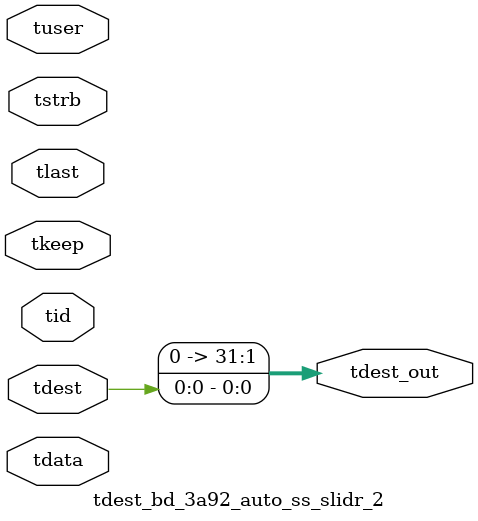
<source format=v>


`timescale 1ps/1ps

module tdest_bd_3a92_auto_ss_slidr_2 #
(
parameter C_S_AXIS_TDATA_WIDTH = 32,
parameter C_S_AXIS_TUSER_WIDTH = 0,
parameter C_S_AXIS_TID_WIDTH   = 0,
parameter C_S_AXIS_TDEST_WIDTH = 0,
parameter C_M_AXIS_TDEST_WIDTH = 32
)
(
input  [(C_S_AXIS_TDATA_WIDTH == 0 ? 1 : C_S_AXIS_TDATA_WIDTH)-1:0     ] tdata,
input  [(C_S_AXIS_TUSER_WIDTH == 0 ? 1 : C_S_AXIS_TUSER_WIDTH)-1:0     ] tuser,
input  [(C_S_AXIS_TID_WIDTH   == 0 ? 1 : C_S_AXIS_TID_WIDTH)-1:0       ] tid,
input  [(C_S_AXIS_TDEST_WIDTH == 0 ? 1 : C_S_AXIS_TDEST_WIDTH)-1:0     ] tdest,
input  [(C_S_AXIS_TDATA_WIDTH/8)-1:0 ] tkeep,
input  [(C_S_AXIS_TDATA_WIDTH/8)-1:0 ] tstrb,
input                                                                    tlast,
output [C_M_AXIS_TDEST_WIDTH-1:0] tdest_out
);

assign tdest_out = {tdest[0:0]};

endmodule


</source>
